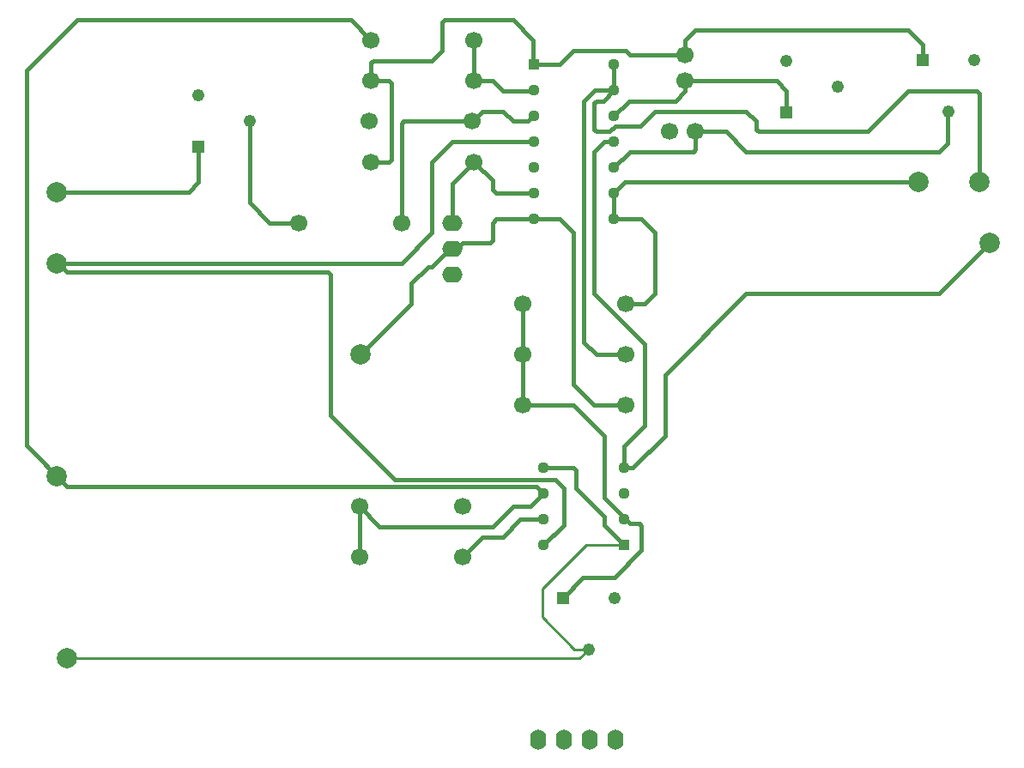
<source format=gtl>
G04*
G04 #@! TF.GenerationSoftware,Altium Limited,Altium Designer,24.4.1 (13)*
G04*
G04 Layer_Physical_Order=1*
G04 Layer_Color=255*
%FSLAX44Y44*%
%MOMM*%
G71*
G04*
G04 #@! TF.SameCoordinates,D33A3FA2-88C1-4BC0-A94D-04A4EBB6AA15*
G04*
G04*
G04 #@! TF.FilePolarity,Positive*
G04*
G01*
G75*
%ADD10C,0.2540*%
%ADD23C,0.3810*%
%ADD24C,2.0000*%
%ADD25C,1.7000*%
%ADD26C,1.2170*%
%ADD27R,1.2170X1.2170*%
%ADD28O,2.0000X1.6000*%
%ADD29R,1.1300X1.1300*%
%ADD30C,1.1300*%
%ADD31R,1.2170X1.2170*%
%ADD32O,1.6000X2.0000*%
D10*
X529305Y160695D02*
Y189305D01*
Y160695D02*
X560800Y129200D01*
X529305Y189305D02*
X571900Y231900D01*
X560800Y129200D02*
X574600D01*
X571900Y231900D02*
X609700D01*
X60000Y120000D02*
X565400D01*
X574600Y129200D01*
D23*
X438000Y524600D02*
X440000D01*
X419534Y506134D02*
X438000Y524600D01*
X416134Y506134D02*
X419534D01*
X400000Y490000D02*
X416134Y506134D01*
X400000Y470000D02*
Y490000D01*
X350000Y420000D02*
X400000Y470000D01*
X630000Y350000D02*
Y430000D01*
X580000Y480000D02*
X630000Y430000D01*
X599700Y579200D02*
X610500Y590000D01*
X900000D01*
X960000D02*
Y677768D01*
X957768Y680000D02*
X960000Y677768D01*
X890000Y680000D02*
X957768D01*
X850000Y640000D02*
X890000Y680000D01*
X740000Y642232D02*
X742232Y640000D01*
X850000D01*
X740000Y642232D02*
Y650000D01*
X730000Y660000D02*
X740000Y650000D01*
X640000Y660000D02*
X730000D01*
X595424Y640000D02*
X600728Y645305D01*
X625305D01*
X580000Y642232D02*
Y667768D01*
Y642232D02*
X582232Y640000D01*
X595424D01*
X625305Y645305D02*
X640000Y660000D01*
X580000Y667768D02*
X582232Y670000D01*
X588900D01*
X599700Y680800D01*
X610915Y720000D02*
X615515Y715400D01*
X560000Y720000D02*
X610915D01*
X615515Y715400D02*
X670000D01*
X609700Y257300D02*
X611605D01*
X615677Y253228D02*
X624540D01*
X626772Y226772D02*
Y250996D01*
X600000Y200000D02*
X626772Y226772D01*
X611605Y257300D02*
X615677Y253228D01*
X624540D02*
X626772Y250996D01*
X569200Y200000D02*
X600000D01*
X549200Y180000D02*
X569200Y200000D01*
X609700Y308100D02*
X609726Y308126D01*
X650000Y340000D02*
Y400000D01*
X609726Y308126D02*
X618126D01*
X650000Y340000D01*
X609700Y308100D02*
Y329700D01*
X60041Y500973D02*
X317768D01*
X320000Y498741D01*
Y360000D02*
Y498741D01*
Y360000D02*
X383650Y296350D01*
X51013Y510000D02*
X60041Y500973D01*
X50000Y510000D02*
X51013D01*
X383650Y296350D02*
X541418D01*
X550000Y287768D01*
X50000Y510000D02*
X390000D01*
X550000Y251600D02*
Y287768D01*
X530300Y231900D02*
X550000Y251600D01*
X517600Y270000D02*
X530300Y282700D01*
X480000Y250000D02*
X500000Y270000D01*
X517600D01*
X523000Y290000D02*
X530055Y282945D01*
X60000Y290000D02*
X523000D01*
X20000Y330000D02*
X60000Y290000D01*
X507300Y257300D02*
X530300D01*
X490000Y240000D02*
X507300Y257300D01*
X470000Y240000D02*
X490000D01*
X450000Y220000D02*
X470000Y240000D01*
X368400Y250000D02*
X480000D01*
X348400Y270000D02*
X368400Y250000D01*
X348400Y270000D02*
X348400Y270000D01*
Y220000D02*
Y270000D01*
X590000Y251600D02*
X609700Y231900D01*
X561900Y288100D02*
X590000Y260000D01*
Y251600D02*
Y260000D01*
X561900Y288100D02*
Y305868D01*
X559668Y308100D02*
X561900Y305868D01*
X530300Y308100D02*
X559668D01*
X590000Y279027D02*
Y340000D01*
Y279027D02*
X609700Y259327D01*
Y257300D02*
Y259327D01*
X560000Y370000D02*
X590000Y340000D01*
X510000Y370000D02*
X560000D01*
X609700Y329700D02*
X630000Y350000D01*
X650000Y400000D02*
X730000Y480000D01*
X920000D01*
X970000Y530000D01*
X590000Y630000D02*
X599700D01*
X580000Y480000D02*
Y620000D01*
X590000Y630000D01*
X570000Y432232D02*
X582232Y420000D01*
X570000Y670000D02*
X580800Y680800D01*
X599700D01*
X582232Y420000D02*
X611600D01*
X570000Y432232D02*
Y670000D01*
X70000Y750000D02*
X340000D01*
X20000Y700000D02*
X70000Y750000D01*
X20000Y330000D02*
Y700000D01*
X340000Y750000D02*
X360000Y730000D01*
X420000Y540000D02*
Y610000D01*
X390000Y510000D02*
X420000Y540000D01*
Y610000D02*
X440000Y630000D01*
X392232Y650000D02*
X460103D01*
X390000Y647768D02*
X392232Y650000D01*
X390000Y550000D02*
Y647768D01*
X440000Y630000D02*
X520300D01*
X514323Y650000D02*
X519723Y655400D01*
X470103Y660000D02*
X490000D01*
X500000Y650000D01*
X519723Y655400D02*
X520300D01*
X500000Y650000D02*
X514323D01*
X460103D02*
X470103Y660000D01*
X360000Y610000D02*
X377768D01*
X360000Y690000D02*
X377768D01*
Y610000D02*
X380000Y612232D01*
Y687768D01*
X377768Y690000D02*
X380000Y687768D01*
X580000Y370000D02*
X611600D01*
X560000Y390000D02*
Y540000D01*
Y390000D02*
X580000Y370000D01*
X546200Y553800D02*
X560000Y540000D01*
X520300Y553800D02*
X546200D01*
X611600Y470000D02*
X630000D01*
X640000Y480000D01*
Y540000D01*
X626200Y553800D02*
X640000Y540000D01*
X599700Y553800D02*
X626200D01*
X510000Y370000D02*
Y420000D01*
Y470000D01*
X615100Y620000D02*
X677768D01*
X599700Y604600D02*
X615100Y620000D01*
X677768D02*
X680000Y622232D01*
Y640000D01*
Y740000D02*
X890000D01*
X670000Y715400D02*
Y730000D01*
X680000Y740000D01*
X904600Y710800D02*
Y725400D01*
X890000Y740000D02*
X904600Y725400D01*
X730000Y620000D02*
X920000D01*
X928400Y628400D01*
Y658400D01*
X930000Y660000D01*
X710000Y640000D02*
X730000Y620000D01*
X680000Y640000D02*
X710000D01*
X546200Y706200D02*
X560000Y720000D01*
X520300Y706200D02*
X546200D01*
X362232Y710000D02*
X420000D01*
X360000Y690000D02*
Y707768D01*
X362232Y710000D01*
X420000D02*
X430000Y720000D01*
Y747768D02*
X432232Y750000D01*
X430000Y720000D02*
Y747768D01*
X432232Y750000D02*
X500000D01*
X520000Y730000D01*
Y706500D02*
Y730000D01*
Y706500D02*
X520300Y706200D01*
X670000Y690000D02*
X760000D01*
X770000Y680000D01*
Y659200D02*
Y680000D01*
X670000Y680000D02*
Y690000D01*
X660000Y670000D02*
X670000Y680000D01*
X614300Y670000D02*
X660000D01*
X599700Y655400D02*
X614300Y670000D01*
X599700Y680800D02*
Y706200D01*
Y553800D02*
Y579200D01*
X440000Y524600D02*
X444927D01*
X450327Y530000D01*
X477768D01*
X480000Y532232D01*
Y550000D01*
X483800Y553800D02*
X520300D01*
X480000Y550000D02*
X483800Y553800D01*
X483032Y579200D02*
X520300D01*
X480000Y582232D02*
Y591600D01*
Y582232D02*
X483032Y579200D01*
X461600Y610000D02*
X480000Y591600D01*
X440000Y550000D02*
Y588400D01*
X461600Y610000D01*
X490000Y680000D02*
X519500D01*
X520300Y680800D01*
X461600Y690000D02*
X480000D01*
X490000Y680000D01*
X461600Y690000D02*
Y730000D01*
X260000Y550000D02*
X288400D01*
X240000Y570000D02*
X260000Y550000D01*
X240000Y570000D02*
Y650000D01*
X189200Y624600D02*
X190000Y623800D01*
Y590000D02*
Y623800D01*
X180000Y580000D02*
X190000Y590000D01*
X50000Y580000D02*
X180000D01*
D24*
X960000Y590000D02*
D03*
X900000D02*
D03*
X350000Y420000D02*
D03*
X970000Y530000D02*
D03*
X50000Y300000D02*
D03*
X60000Y120000D02*
D03*
X50000Y510000D02*
D03*
Y580000D02*
D03*
D25*
X390000Y550000D02*
D03*
X288400D02*
D03*
X461600Y730000D02*
D03*
X360000D02*
D03*
X460000Y650000D02*
D03*
X358400D02*
D03*
X360000Y690000D02*
D03*
X461600D02*
D03*
X670000Y715400D02*
D03*
Y690000D02*
D03*
X654600Y640000D02*
D03*
X680000D02*
D03*
X348400Y220000D02*
D03*
X450000D02*
D03*
X450000Y270000D02*
D03*
X348400D02*
D03*
X510000Y420000D02*
D03*
X611600D02*
D03*
X510000Y370000D02*
D03*
X611600D02*
D03*
X510000Y470000D02*
D03*
X611600D02*
D03*
X461600Y610000D02*
D03*
X360000D02*
D03*
D26*
X600000Y180000D02*
D03*
X574600Y129200D02*
D03*
X770000Y710000D02*
D03*
X820800Y684600D02*
D03*
X189200Y675400D02*
D03*
X240000Y650000D02*
D03*
X955400Y710800D02*
D03*
X930000Y660000D02*
D03*
D27*
X549200Y180000D02*
D03*
X904600Y710800D02*
D03*
D28*
X440000Y550000D02*
D03*
Y524600D02*
D03*
Y499200D02*
D03*
D29*
X609700Y231900D02*
D03*
X520300Y706200D02*
D03*
D30*
X609700Y257300D02*
D03*
Y282700D02*
D03*
Y308100D02*
D03*
X530300D02*
D03*
Y282700D02*
D03*
Y257300D02*
D03*
Y231900D02*
D03*
X520300Y680800D02*
D03*
Y655400D02*
D03*
Y630000D02*
D03*
Y604600D02*
D03*
Y579200D02*
D03*
Y553800D02*
D03*
X599700D02*
D03*
Y579200D02*
D03*
Y604600D02*
D03*
Y630000D02*
D03*
Y655400D02*
D03*
Y680800D02*
D03*
Y706200D02*
D03*
D31*
X770000Y659200D02*
D03*
X189200Y624600D02*
D03*
D32*
X600800Y40000D02*
D03*
X575400D02*
D03*
X550000D02*
D03*
X524600D02*
D03*
M02*

</source>
